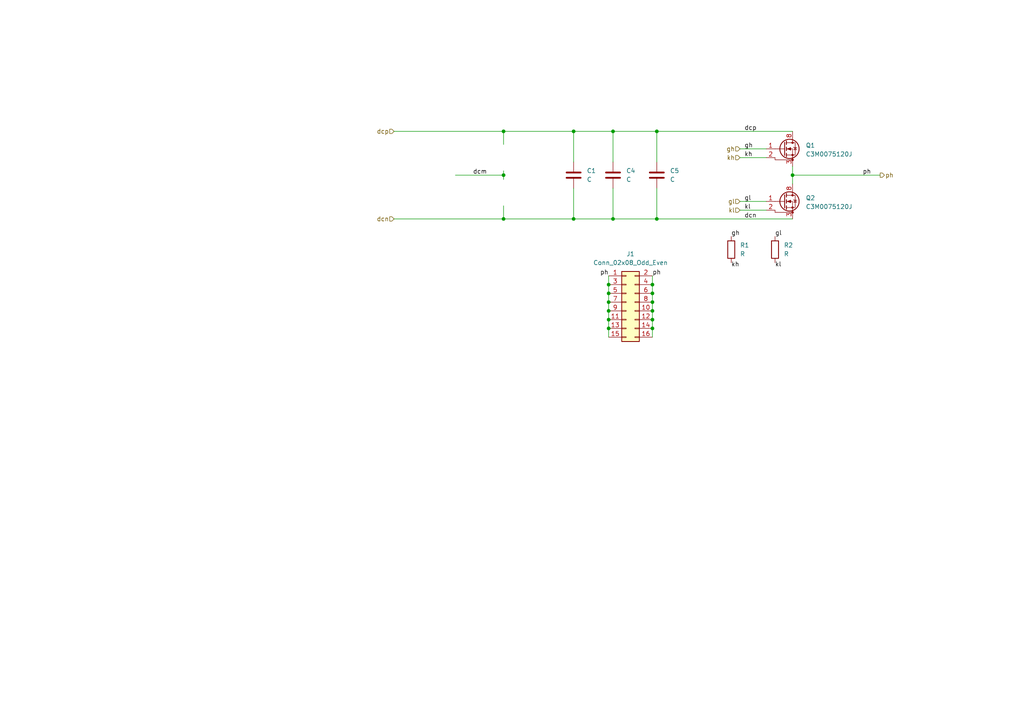
<source format=kicad_sch>
(kicad_sch (version 20231120) (generator "eeschema") (generator_version "8.0")
  (paper "A4")
  (lib_symbols
    (symbol "Connector_Generic:Conn_02x08_Odd_Even" (pin_names (offset 1.016) hide)
      (property "Reference" "J" (at 1.27 10.16 0))
      (property "Value" "Conn_02x08_Odd_Even" (at 1.27 -12.7 0))
      (symbol "Conn_02x08_Odd_Even_1_1"
        (rectangle (start -1.27 -10.033) (end 0 -10.287) (stroke (width 0.1524)))
        (rectangle (start -1.27 -7.493) (end 0 -7.747) (stroke (width 0.1524)))
        (rectangle (start -1.27 -4.953) (end 0 -5.207) (stroke (width 0.1524)))
        (rectangle (start -1.27 -2.413) (end 0 -2.667) (stroke (width 0.1524)))
        (rectangle (start -1.27 0.127) (end 0 -0.127) (stroke (width 0.1524)))
        (rectangle (start -1.27 2.667) (end 0 2.413) (stroke (width 0.1524)))
        (rectangle (start -1.27 5.207) (end 0 4.953) (stroke (width 0.1524)))
        (rectangle (start -1.27 7.747) (end 0 7.493) (stroke (width 0.1524)))
        (rectangle (start -1.27 8.89) (end 3.81 -11.43) (stroke (width 0.254)) (fill (type background)))
        (rectangle (start 3.81 -10.033) (end 2.54 -10.287) (stroke (width 0.1524)))
        (rectangle (start 3.81 -7.493) (end 2.54 -7.747) (stroke (width 0.1524)))
        (rectangle (start 3.81 -4.953) (end 2.54 -5.207) (stroke (width 0.1524)))
        (rectangle (start 3.81 -2.413) (end 2.54 -2.667) (stroke (width 0.1524)))
        (rectangle (start 3.81 0.127) (end 2.54 -0.127) (stroke (width 0.1524)))
        (rectangle (start 3.81 2.667) (end 2.54 2.413) (stroke (width 0.1524)))
        (rectangle (start 3.81 5.207) (end 2.54 4.953) (stroke (width 0.1524)))
        (rectangle (start 3.81 7.747) (end 2.54 7.493) (stroke (width 0.1524)))
        (pin passive line (at -5.08 7.62 0) (length 3.81) (name "Pin_1") (number "1"))
        (pin passive line (at 7.62 -2.54 180) (length 3.81) (name "Pin_10") (number "10"))
        (pin passive line (at -5.08 -5.08 0) (length 3.81) (name "Pin_11") (number "11"))
        (pin passive line (at 7.62 -5.08 180) (length 3.81) (name "Pin_12") (number "12"))
        (pin passive line (at -5.08 -7.62 0) (length 3.81) (name "Pin_13") (number "13"))
        (pin passive line (at 7.62 -7.62 180) (length 3.81) (name "Pin_14") (number "14"))
        (pin passive line (at -5.08 -10.16 0) (length 3.81) (name "Pin_15") (number "15"))
        (pin passive line (at 7.62 -10.16 180) (length 3.81) (name "Pin_16") (number "16"))
        (pin passive line (at 7.62 7.62 180) (length 3.81) (name "Pin_2") (number "2"))
        (pin passive line (at -5.08 5.08 0) (length 3.81) (name "Pin_3") (number "3"))
        (pin passive line (at 7.62 5.08 180) (length 3.81) (name "Pin_4") (number "4"))
        (pin passive line (at -5.08 2.54 0) (length 3.81) (name "Pin_5") (number "5"))
        (pin passive line (at 7.62 2.54 180) (length 3.81) (name "Pin_6") (number "6"))
        (pin passive line (at -5.08 0 0) (length 3.81) (name "Pin_7") (number "7"))
        (pin passive line (at 7.62 0 180) (length 3.81) (name "Pin_8") (number "8"))
        (pin passive line (at -5.08 -2.54 0) (length 3.81) (name "Pin_9") (number "9"))
      )
    )
    (symbol "Device:C" (pin_numbers hide) (pin_names (offset 0.254))
      (property "Reference" "C" (at 0.635 2.54 0))
      (property "Value" "C" (at 0.635 -2.54 0))
      (symbol "C_0_1"
        (polyline (pts (xy -2.032 -0.762) (xy 2.032 -0.762)) (stroke (width 0.508)))
        (polyline (pts (xy -2.032 0.762) (xy 2.032 0.762)) (stroke (width 0.508)))
      )
      (symbol "C_1_1"
        (pin passive line (at 0 3.81 270) (length 2.794) (name "~") (number "1"))
        (pin passive line (at 0 -3.81 90) (length 2.794) (name "~") (number "2"))
      )
    )
    (symbol "Device:R" (pin_numbers hide) (pin_names (offset 0))
      (property "Reference" "R" (at 2.032 0 90))
      (property "Value" "R" (at 0 0 90))
      (symbol "R_0_1"
        (rectangle (start -1.016 -2.54) (end 1.016 2.54) (stroke (width 0.254)))
      )
      (symbol "R_1_1"
        (pin passive line (at 0 3.81 270) (length 1.27) (name "~") (number "1"))
        (pin passive line (at 0 -3.81 90) (length 1.27) (name "~") (number "2"))
      )
    )
    (symbol "Transistor_FET:C3M0075120J" (pin_names hide)
      (property "Reference" "Q" (at 5.08 1.905 0))
      (property "Value" "C3M0075120J" (at 5.08 0 0))
      (symbol "C3M0075120J_0_1"
        (polyline (pts (xy 0.254 0) (xy -2.54 0)))
        (polyline (pts (xy 0.254 1.905) (xy 0.254 -1.905)) (stroke (width 0.254)))
        (polyline (pts (xy 0.762 -1.27) (xy 0.762 -2.286)) (stroke (width 0.254)))
        (polyline (pts (xy 0.762 0.508) (xy 0.762 -0.508)) (stroke (width 0.254)))
        (polyline (pts (xy 0.762 2.286) (xy 0.762 1.27)) (stroke (width 0.254)))
        (polyline (pts (xy 2.54 2.54) (xy 2.54 1.778)))
        (polyline (pts (xy -2.54 -2.54) (xy -2.54 -3.175) (xy 2.54 -3.175)))
        (polyline (pts (xy 2.54 -2.54) (xy 2.54 0) (xy 0.762 0)))
        (polyline (pts (xy 0.762 -1.778) (xy 3.302 -1.778) (xy 3.302 1.778) (xy 0.762 1.778)))
        (polyline (pts (xy 1.016 0) (xy 2.032 0.381) (xy 2.032 -0.381) (xy 1.016 0)) (fill (type outline)))
        (polyline (pts (xy 2.794 0.508) (xy 2.921 0.381) (xy 3.683 0.381) (xy 3.81 0.254)))
        (polyline (pts (xy 3.302 0.381) (xy 2.921 -0.254) (xy 3.683 -0.254) (xy 3.302 0.381)))
        (circle (center 1.651 0) (radius 2.794) (stroke (width 0.254)))
        (circle (center 2.54 -3.175) (radius 0.2794) (fill (type outline)))
        (circle (center 2.54 -1.778) (radius 0.254) (fill (type outline)))
        (circle (center 2.54 1.778) (radius 0.254) (fill (type outline)))
      )
      (symbol "C3M0075120J_1_1"
        (pin input line (at -5.08 0 0) (length 2.54) (name "G") (number "1"))
        (pin passive line (at -5.08 -2.54 0) (length 2.54) (name "DS") (number "2"))
        (pin passive line (at 2.54 -5.08 90) (length 2.54) (name "S") (number "3"))
        (pin passive line (at 2.54 -5.08 90) (length 2.54) hide (name "S") (number "4"))
        (pin passive line (at 2.54 -5.08 90) (length 2.54) hide (name "S") (number "5"))
        (pin passive line (at 2.54 -5.08 90) (length 2.54) hide (name "S") (number "6"))
        (pin passive line (at 2.54 -5.08 90) (length 2.54) hide (name "S") (number "7"))
        (pin passive line (at 2.54 5.08 270) (length 2.54) (name "D") (number "8"))
      )
    )
  )
  (junction (at 146.05 50.8))
  (junction (at 176.53 90.17))
  (junction (at 146.05 38.1))
  (junction (at 176.53 95.25))
  (junction (at 229.87 50.8))
  (junction (at 176.53 92.71))
  (junction (at 176.53 85.09))
  (junction (at 189.23 87.63))
  (junction (at 189.23 82.55))
  (junction (at 190.5 38.1))
  (junction (at 189.23 90.17))
  (junction (at 177.8 63.5))
  (junction (at 189.23 92.71))
  (junction (at 189.23 95.25))
  (junction (at 177.8 38.1))
  (junction (at 189.23 85.09))
  (junction (at 176.53 87.63))
  (junction (at 190.5 63.5))
  (junction (at 146.05 63.5))
  (junction (at 166.37 38.1))
  (junction (at 176.53 82.55))
  (junction (at 166.37 63.5))
  (wire (pts (xy 189.23 95.25) (xy 189.23 97.79)))
  (wire (pts (xy 229.87 50.8) (xy 229.87 53.34)))
  (wire (pts (xy 146.05 63.5) (xy 166.37 63.5)))
  (wire (pts (xy 229.87 50.8) (xy 255.27 50.8)))
  (wire (pts (xy 146.05 49.53) (xy 146.05 50.8)))
  (wire (pts (xy 114.3 63.5) (xy 146.05 63.5)))
  (wire (pts (xy 177.8 38.1) (xy 177.8 46.99)))
  (wire (pts (xy 176.53 85.09) (xy 176.53 87.63)))
  (wire (pts (xy 190.5 38.1) (xy 190.5 46.99)))
  (wire (pts (xy 166.37 38.1) (xy 177.8 38.1)))
  (wire (pts (xy 176.53 80.01) (xy 176.53 82.55)))
  (wire (pts (xy 189.23 82.55) (xy 189.23 85.09)))
  (wire (pts (xy 189.23 90.17) (xy 189.23 92.71)))
  (wire (pts (xy 190.5 63.5) (xy 229.87 63.5)))
  (wire (pts (xy 229.87 48.26) (xy 229.87 50.8)))
  (wire (pts (xy 189.23 87.63) (xy 189.23 90.17)))
  (wire (pts (xy 189.23 85.09) (xy 189.23 87.63)))
  (wire (pts (xy 177.8 54.61) (xy 177.8 63.5)))
  (wire (pts (xy 166.37 54.61) (xy 166.37 63.5)))
  (wire (pts (xy 176.53 87.63) (xy 176.53 90.17)))
  (wire (pts (xy 189.23 80.01) (xy 189.23 82.55)))
  (wire (pts (xy 166.37 63.5) (xy 177.8 63.5)))
  (wire (pts (xy 214.63 43.18) (xy 222.25 43.18)))
  (wire (pts (xy 146.05 38.1) (xy 146.05 41.91)))
  (wire (pts (xy 176.53 95.25) (xy 176.53 97.79)))
  (wire (pts (xy 176.53 90.17) (xy 176.53 92.71)))
  (wire (pts (xy 132.08 50.8) (xy 146.05 50.8)))
  (wire (pts (xy 214.63 58.42) (xy 222.25 58.42)))
  (wire (pts (xy 176.53 92.71) (xy 176.53 95.25)))
  (wire (pts (xy 214.63 45.72) (xy 222.25 45.72)))
  (wire (pts (xy 176.53 82.55) (xy 176.53 85.09)))
  (wire (pts (xy 114.3 38.1) (xy 146.05 38.1)))
  (wire (pts (xy 190.5 54.61) (xy 190.5 63.5)))
  (wire (pts (xy 177.8 38.1) (xy 190.5 38.1)))
  (wire (pts (xy 177.8 63.5) (xy 190.5 63.5)))
  (wire (pts (xy 166.37 38.1) (xy 166.37 46.99)))
  (wire (pts (xy 146.05 50.8) (xy 146.05 52.07)))
  (wire (pts (xy 214.63 60.96) (xy 222.25 60.96)))
  (wire (pts (xy 189.23 92.71) (xy 189.23 95.25)))
  (wire (pts (xy 146.05 59.69) (xy 146.05 63.5)))
  (wire (pts (xy 146.05 38.1) (xy 166.37 38.1)))
  (wire (pts (xy 190.5 38.1) (xy 229.87 38.1)))
  (label "ph" (at 250.19 50.8 0))
  (label "kl" (at 224.79 76.2 0))
  (label "kl" (at 215.9 60.96 0))
  (label "dcm" (at 137.16 50.8 0))
  (label "dcn" (at 215.9 63.5 0))
  (label "ph" (at 189.23 80.01 0))
  (label "dcp" (at 215.9 38.1 0))
  (label "gh" (at 215.9 43.18 0))
  (label "gh" (at 212.09 68.58 0))
  (label "kh" (at 212.09 76.2 0))
  (label "kh" (at 215.9 45.72 0))
  (label "gl" (at 224.79 68.58 0))
  (label "gl" (at 215.9 58.42 0))
  (label "ph" (at 176.53 80.01 180))
  (hierarchical_label "ph" (shape output) (at 255.27 50.8 0))
  (hierarchical_label "gl" (shape input) (at 214.63 58.42 180))
  (hierarchical_label "dcn" (shape input) (at 114.3 63.5 180))
  (hierarchical_label "gh" (shape input) (at 214.63 43.18 180))
  (hierarchical_label "dcp" (shape input) (at 114.3 38.1 180))
  (hierarchical_label "kl" (shape input) (at 214.63 60.96 180))
  (hierarchical_label "kh" (shape input) (at 214.63 45.72 180))
  (symbol (lib_id "Device:C") (at 177.8 50.8 0) (unit 1)
    (property "Reference" "C4" (at 181.61 49.5299 0) (effects (justify left)))
    (property "Value" "C" (at 181.61 52.0699 0) (effects (justify left)))
    (property "Footprint" "Capacitor_SMD:C_2220_5750Metric_Pad1.97x5.40mm_HandSolder" (effects (hide yes)))
    (property "Description" "Unpolarized capacitor" (effects (hide yes)))
  )
  (symbol (lib_id "Device:R") (at 224.79 72.39 0) (unit 1)
    (property "Reference" "R2" (at 227.33 71.1199 0) (effects (justify left)))
    (property "Value" "R" (at 227.33 73.6599 0) (effects (justify left)))
    (property "Footprint" "Resistor_SMD:R_0805_2012Metric_Pad1.20x1.40mm_HandSolder" (effects (hide yes)))
    (property "Description" "Resistor" (effects (hide yes)))
  )
  (symbol (lib_id "Device:R") (at 212.09 72.39 0) (unit 1)
    (property "Reference" "R1" (at 214.63 71.1199 0) (effects (justify left)))
    (property "Value" "R" (at 214.63 73.6599 0) (effects (justify left)))
    (property "Footprint" "Resistor_SMD:R_0805_2012Metric_Pad1.20x1.40mm_HandSolder" (effects (hide yes)))
    (property "Description" "Resistor" (effects (hide yes)))
  )
  (symbol (lib_id "Device:C") (at 190.5 50.8 0) (unit 1)
    (property "Reference" "C5" (at 194.31 49.5299 0) (effects (justify left)))
    (property "Value" "C" (at 194.31 52.0699 0) (effects (justify left)))
    (property "Footprint" "Capacitor_SMD:C_2220_5750Metric_Pad1.97x5.40mm_HandSolder" (effects (hide yes)))
    (property "Description" "Unpolarized capacitor" (effects (hide yes)))
  )
  (symbol (lib_id "Transistor_FET:C3M0075120J") (at 227.33 58.42 0) (unit 1)
    (property "Reference" "Q2" (at 233.68 57.4166 0) (effects (justify left)))
    (property "Value" "C3M0075120J" (at 233.68 59.9566 0) (effects (justify left)))
    (property "Footprint" "Package_TO_SOT_SMD:TO-263-7_TabPin8" (effects (hide yes)))
    (property "Datasheet" "https://www.wolfspeed.com/media/downloads/997/C3M0075120J.pdf" (effects (hide yes)))
    (property "Description" "30A Id, 1200V Vds, 75mOhm, N-Channel SiC MOSFET, TO-263-7" (effects (hide yes)))
  )
  (symbol (lib_id "Device:C") (at 166.37 50.8 0) (unit 1)
    (property "Reference" "C1" (at 170.18 49.5299 0) (effects (justify left)))
    (property "Value" "C" (at 170.18 52.0699 0) (effects (justify left)))
    (property "Footprint" "Capacitor_SMD:C_2220_5750Metric_Pad1.97x5.40mm_HandSolder" (effects (hide yes)))
    (property "Description" "Unpolarized capacitor" (effects (hide yes)))
  )
  (symbol (lib_id "Transistor_FET:C3M0075120J") (at 227.33 43.18 0) (unit 1)
    (property "Reference" "Q1" (at 233.68 42.1766 0) (effects (justify left)))
    (property "Value" "C3M0075120J" (at 233.68 44.7166 0) (effects (justify left)))
    (property "Footprint" "Package_TO_SOT_SMD:TO-263-7_TabPin8" (effects (hide yes)))
    (property "Datasheet" "https://www.wolfspeed.com/media/downloads/997/C3M0075120J.pdf" (effects (hide yes)))
    (property "Description" "30A Id, 1200V Vds, 75mOhm, N-Channel SiC MOSFET, TO-263-7" (effects (hide yes)))
  )
  (symbol (lib_id "Connector_Generic:Conn_02x08_Odd_Even") (at 181.61 87.63 0) (unit 1)
    (property "Reference" "J1" (at 182.88 73.66 0))
    (property "Value" "Conn_02x08_Odd_Even" (at 182.88 76.2 0))
    (property "Footprint" "Connector_PinHeader_2.54mm:PinHeader_2x08_P2.54mm_Vertical_SMD" (effects (hide yes)))
    (property "Description" "Generic connector, double row, 02x08, odd/even pin numbering scheme (row 1 odd numbers, row 2 even numbers), script generated (kicad-library-utils/schlib/autogen/connector/)" (effects (hide yes)))
  )
)
</source>
